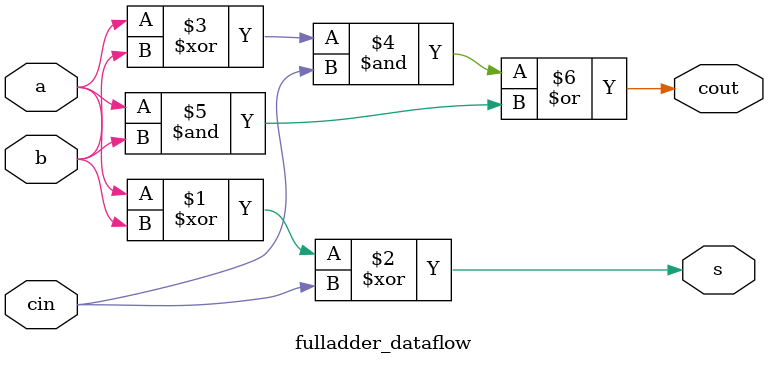
<source format=v>
`timescale 1ns / 1ps


module fulladder_dataflow(
    input a,b,cin,
    output s,cout
    );
    
    assign #1 s = a ^ b ^ cin;
    assign #1 cout = ((a ^ b) & cin) | (a & b);
    
endmodule

</source>
